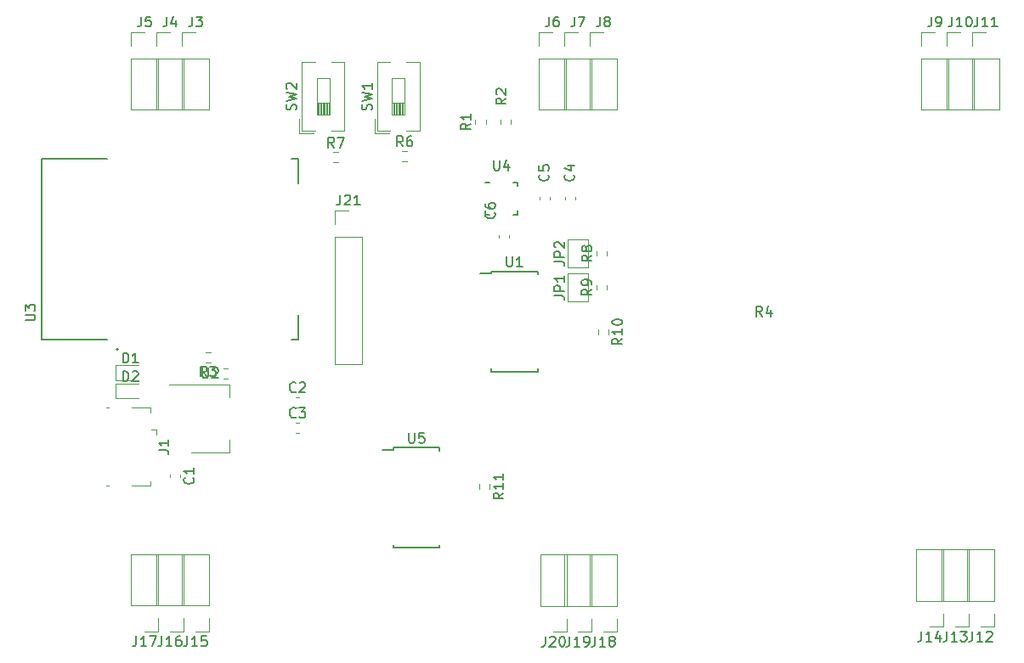
<source format=gbr>
%TF.GenerationSoftware,KiCad,Pcbnew,6.0.10-86aedd382b~118~ubuntu22.04.1*%
%TF.CreationDate,2023-01-14T07:34:15+01:00*%
%TF.ProjectId,servo_control,73657276-6f5f-4636-9f6e-74726f6c2e6b,rev?*%
%TF.SameCoordinates,Original*%
%TF.FileFunction,Legend,Top*%
%TF.FilePolarity,Positive*%
%FSLAX46Y46*%
G04 Gerber Fmt 4.6, Leading zero omitted, Abs format (unit mm)*
G04 Created by KiCad (PCBNEW 6.0.10-86aedd382b~118~ubuntu22.04.1) date 2023-01-14 07:34:15*
%MOMM*%
%LPD*%
G01*
G04 APERTURE LIST*
%ADD10C,0.150000*%
%ADD11C,0.120000*%
%ADD12C,0.127000*%
%ADD13C,0.200000*%
G04 APERTURE END LIST*
D10*
%TO.C,U1*%
X140208095Y-64222380D02*
X140208095Y-65031904D01*
X140255714Y-65127142D01*
X140303333Y-65174761D01*
X140398571Y-65222380D01*
X140589047Y-65222380D01*
X140684285Y-65174761D01*
X140731904Y-65127142D01*
X140779523Y-65031904D01*
X140779523Y-64222380D01*
X141779523Y-65222380D02*
X141208095Y-65222380D01*
X141493809Y-65222380D02*
X141493809Y-64222380D01*
X141398571Y-64365238D01*
X141303333Y-64460476D01*
X141208095Y-64508095D01*
%TO.C,U5*%
X130468095Y-81812380D02*
X130468095Y-82621904D01*
X130515714Y-82717142D01*
X130563333Y-82764761D01*
X130658571Y-82812380D01*
X130849047Y-82812380D01*
X130944285Y-82764761D01*
X130991904Y-82717142D01*
X131039523Y-82621904D01*
X131039523Y-81812380D01*
X131991904Y-81812380D02*
X131515714Y-81812380D01*
X131468095Y-82288571D01*
X131515714Y-82240952D01*
X131610952Y-82193333D01*
X131849047Y-82193333D01*
X131944285Y-82240952D01*
X131991904Y-82288571D01*
X132039523Y-82383809D01*
X132039523Y-82621904D01*
X131991904Y-82717142D01*
X131944285Y-82764761D01*
X131849047Y-82812380D01*
X131610952Y-82812380D01*
X131515714Y-82764761D01*
X131468095Y-82717142D01*
%TO.C,R11*%
X139899880Y-87802857D02*
X139423690Y-88136190D01*
X139899880Y-88374285D02*
X138899880Y-88374285D01*
X138899880Y-87993333D01*
X138947500Y-87898095D01*
X138995119Y-87850476D01*
X139090357Y-87802857D01*
X139233214Y-87802857D01*
X139328452Y-87850476D01*
X139376071Y-87898095D01*
X139423690Y-87993333D01*
X139423690Y-88374285D01*
X139899880Y-86850476D02*
X139899880Y-87421904D01*
X139899880Y-87136190D02*
X138899880Y-87136190D01*
X139042738Y-87231428D01*
X139137976Y-87326666D01*
X139185595Y-87421904D01*
X139899880Y-85898095D02*
X139899880Y-86469523D01*
X139899880Y-86183809D02*
X138899880Y-86183809D01*
X139042738Y-86279047D01*
X139137976Y-86374285D01*
X139185595Y-86469523D01*
%TO.C,R10*%
X151742380Y-72397857D02*
X151266190Y-72731190D01*
X151742380Y-72969285D02*
X150742380Y-72969285D01*
X150742380Y-72588333D01*
X150790000Y-72493095D01*
X150837619Y-72445476D01*
X150932857Y-72397857D01*
X151075714Y-72397857D01*
X151170952Y-72445476D01*
X151218571Y-72493095D01*
X151266190Y-72588333D01*
X151266190Y-72969285D01*
X151742380Y-71445476D02*
X151742380Y-72016904D01*
X151742380Y-71731190D02*
X150742380Y-71731190D01*
X150885238Y-71826428D01*
X150980476Y-71921666D01*
X151028095Y-72016904D01*
X150742380Y-70826428D02*
X150742380Y-70731190D01*
X150790000Y-70635952D01*
X150837619Y-70588333D01*
X150932857Y-70540714D01*
X151123333Y-70493095D01*
X151361428Y-70493095D01*
X151551904Y-70540714D01*
X151647142Y-70588333D01*
X151694761Y-70635952D01*
X151742380Y-70731190D01*
X151742380Y-70826428D01*
X151694761Y-70921666D01*
X151647142Y-70969285D01*
X151551904Y-71016904D01*
X151361428Y-71064523D01*
X151123333Y-71064523D01*
X150932857Y-71016904D01*
X150837619Y-70969285D01*
X150790000Y-70921666D01*
X150742380Y-70826428D01*
%TO.C,R9*%
X148692380Y-67476666D02*
X148216190Y-67810000D01*
X148692380Y-68048095D02*
X147692380Y-68048095D01*
X147692380Y-67667142D01*
X147740000Y-67571904D01*
X147787619Y-67524285D01*
X147882857Y-67476666D01*
X148025714Y-67476666D01*
X148120952Y-67524285D01*
X148168571Y-67571904D01*
X148216190Y-67667142D01*
X148216190Y-68048095D01*
X148692380Y-67000476D02*
X148692380Y-66810000D01*
X148644761Y-66714761D01*
X148597142Y-66667142D01*
X148454285Y-66571904D01*
X148263809Y-66524285D01*
X147882857Y-66524285D01*
X147787619Y-66571904D01*
X147740000Y-66619523D01*
X147692380Y-66714761D01*
X147692380Y-66905238D01*
X147740000Y-67000476D01*
X147787619Y-67048095D01*
X147882857Y-67095714D01*
X148120952Y-67095714D01*
X148216190Y-67048095D01*
X148263809Y-67000476D01*
X148311428Y-66905238D01*
X148311428Y-66714761D01*
X148263809Y-66619523D01*
X148216190Y-66571904D01*
X148120952Y-66524285D01*
%TO.C,R8*%
X148710926Y-64091447D02*
X148234736Y-64424781D01*
X148710926Y-64662876D02*
X147710926Y-64662876D01*
X147710926Y-64281923D01*
X147758546Y-64186685D01*
X147806165Y-64139066D01*
X147901403Y-64091447D01*
X148044260Y-64091447D01*
X148139498Y-64139066D01*
X148187117Y-64186685D01*
X148234736Y-64281923D01*
X148234736Y-64662876D01*
X148139498Y-63520019D02*
X148091879Y-63615257D01*
X148044260Y-63662876D01*
X147949022Y-63710495D01*
X147901403Y-63710495D01*
X147806165Y-63662876D01*
X147758546Y-63615257D01*
X147710926Y-63520019D01*
X147710926Y-63329542D01*
X147758546Y-63234304D01*
X147806165Y-63186685D01*
X147901403Y-63139066D01*
X147949022Y-63139066D01*
X148044260Y-63186685D01*
X148091879Y-63234304D01*
X148139498Y-63329542D01*
X148139498Y-63520019D01*
X148187117Y-63615257D01*
X148234736Y-63662876D01*
X148329974Y-63710495D01*
X148520450Y-63710495D01*
X148615688Y-63662876D01*
X148663307Y-63615257D01*
X148710926Y-63520019D01*
X148710926Y-63329542D01*
X148663307Y-63234304D01*
X148615688Y-63186685D01*
X148520450Y-63139066D01*
X148329974Y-63139066D01*
X148234736Y-63186685D01*
X148187117Y-63234304D01*
X148139498Y-63329542D01*
%TO.C,JP2*%
X144978919Y-64735182D02*
X145693205Y-64735182D01*
X145836062Y-64782801D01*
X145931300Y-64878039D01*
X145978919Y-65020896D01*
X145978919Y-65116134D01*
X145978919Y-64258991D02*
X144978919Y-64258991D01*
X144978919Y-63878039D01*
X145026539Y-63782801D01*
X145074158Y-63735182D01*
X145169396Y-63687563D01*
X145312253Y-63687563D01*
X145407491Y-63735182D01*
X145455110Y-63782801D01*
X145502729Y-63878039D01*
X145502729Y-64258991D01*
X145074158Y-63306610D02*
X145026539Y-63258991D01*
X144978919Y-63163753D01*
X144978919Y-62925658D01*
X145026539Y-62830420D01*
X145074158Y-62782801D01*
X145169396Y-62735182D01*
X145264634Y-62735182D01*
X145407491Y-62782801D01*
X145978919Y-63354229D01*
X145978919Y-62735182D01*
%TO.C,JP1*%
X144972380Y-68143333D02*
X145686666Y-68143333D01*
X145829523Y-68190952D01*
X145924761Y-68286190D01*
X145972380Y-68429047D01*
X145972380Y-68524285D01*
X145972380Y-67667142D02*
X144972380Y-67667142D01*
X144972380Y-67286190D01*
X145020000Y-67190952D01*
X145067619Y-67143333D01*
X145162857Y-67095714D01*
X145305714Y-67095714D01*
X145400952Y-67143333D01*
X145448571Y-67190952D01*
X145496190Y-67286190D01*
X145496190Y-67667142D01*
X145972380Y-66143333D02*
X145972380Y-66714761D01*
X145972380Y-66429047D02*
X144972380Y-66429047D01*
X145115238Y-66524285D01*
X145210476Y-66619523D01*
X145258095Y-66714761D01*
%TO.C,C1*%
X108967142Y-86266666D02*
X109014761Y-86314285D01*
X109062380Y-86457142D01*
X109062380Y-86552380D01*
X109014761Y-86695238D01*
X108919523Y-86790476D01*
X108824285Y-86838095D01*
X108633809Y-86885714D01*
X108490952Y-86885714D01*
X108300476Y-86838095D01*
X108205238Y-86790476D01*
X108110000Y-86695238D01*
X108062380Y-86552380D01*
X108062380Y-86457142D01*
X108110000Y-86314285D01*
X108157619Y-86266666D01*
X109062380Y-85314285D02*
X109062380Y-85885714D01*
X109062380Y-85600000D02*
X108062380Y-85600000D01*
X108205238Y-85695238D01*
X108300476Y-85790476D01*
X108348095Y-85885714D01*
%TO.C,C3*%
X119213333Y-80207142D02*
X119165714Y-80254761D01*
X119022857Y-80302380D01*
X118927619Y-80302380D01*
X118784761Y-80254761D01*
X118689523Y-80159523D01*
X118641904Y-80064285D01*
X118594285Y-79873809D01*
X118594285Y-79730952D01*
X118641904Y-79540476D01*
X118689523Y-79445238D01*
X118784761Y-79350000D01*
X118927619Y-79302380D01*
X119022857Y-79302380D01*
X119165714Y-79350000D01*
X119213333Y-79397619D01*
X119546666Y-79302380D02*
X120165714Y-79302380D01*
X119832380Y-79683333D01*
X119975238Y-79683333D01*
X120070476Y-79730952D01*
X120118095Y-79778571D01*
X120165714Y-79873809D01*
X120165714Y-80111904D01*
X120118095Y-80207142D01*
X120070476Y-80254761D01*
X119975238Y-80302380D01*
X119689523Y-80302380D01*
X119594285Y-80254761D01*
X119546666Y-80207142D01*
%TO.C,J15*%
X108410476Y-102082380D02*
X108410476Y-102796666D01*
X108362857Y-102939523D01*
X108267619Y-103034761D01*
X108124761Y-103082380D01*
X108029523Y-103082380D01*
X109410476Y-103082380D02*
X108839047Y-103082380D01*
X109124761Y-103082380D02*
X109124761Y-102082380D01*
X109029523Y-102225238D01*
X108934285Y-102320476D01*
X108839047Y-102368095D01*
X110315238Y-102082380D02*
X109839047Y-102082380D01*
X109791428Y-102558571D01*
X109839047Y-102510952D01*
X109934285Y-102463333D01*
X110172380Y-102463333D01*
X110267619Y-102510952D01*
X110315238Y-102558571D01*
X110362857Y-102653809D01*
X110362857Y-102891904D01*
X110315238Y-102987142D01*
X110267619Y-103034761D01*
X110172380Y-103082380D01*
X109934285Y-103082380D01*
X109839047Y-103034761D01*
X109791428Y-102987142D01*
%TO.C,C4*%
X146877142Y-56046666D02*
X146924761Y-56094285D01*
X146972380Y-56237142D01*
X146972380Y-56332380D01*
X146924761Y-56475238D01*
X146829523Y-56570476D01*
X146734285Y-56618095D01*
X146543809Y-56665714D01*
X146400952Y-56665714D01*
X146210476Y-56618095D01*
X146115238Y-56570476D01*
X146020000Y-56475238D01*
X145972380Y-56332380D01*
X145972380Y-56237142D01*
X146020000Y-56094285D01*
X146067619Y-56046666D01*
X146305714Y-55189523D02*
X146972380Y-55189523D01*
X145924761Y-55427619D02*
X146639047Y-55665714D01*
X146639047Y-55046666D01*
%TO.C,R1*%
X136645556Y-50960626D02*
X136169366Y-51293960D01*
X136645556Y-51532055D02*
X135645556Y-51532055D01*
X135645556Y-51151102D01*
X135693176Y-51055864D01*
X135740795Y-51008245D01*
X135836033Y-50960626D01*
X135978890Y-50960626D01*
X136074128Y-51008245D01*
X136121747Y-51055864D01*
X136169366Y-51151102D01*
X136169366Y-51532055D01*
X136645556Y-50008245D02*
X136645556Y-50579674D01*
X136645556Y-50293960D02*
X135645556Y-50293960D01*
X135788414Y-50389198D01*
X135883652Y-50484436D01*
X135931271Y-50579674D01*
%TO.C,J13*%
X184102933Y-101609694D02*
X184102933Y-102323980D01*
X184055314Y-102466837D01*
X183960076Y-102562075D01*
X183817218Y-102609694D01*
X183721980Y-102609694D01*
X185102933Y-102609694D02*
X184531504Y-102609694D01*
X184817218Y-102609694D02*
X184817218Y-101609694D01*
X184721980Y-101752552D01*
X184626742Y-101847790D01*
X184531504Y-101895409D01*
X185436266Y-101609694D02*
X186055314Y-101609694D01*
X185721980Y-101990647D01*
X185864837Y-101990647D01*
X185960076Y-102038266D01*
X186007695Y-102085885D01*
X186055314Y-102181123D01*
X186055314Y-102419218D01*
X186007695Y-102514456D01*
X185960076Y-102562075D01*
X185864837Y-102609694D01*
X185579123Y-102609694D01*
X185483885Y-102562075D01*
X185436266Y-102514456D01*
%TO.C,R4*%
X165691269Y-70187884D02*
X165357936Y-69711694D01*
X165119840Y-70187884D02*
X165119840Y-69187884D01*
X165500793Y-69187884D01*
X165596031Y-69235504D01*
X165643650Y-69283123D01*
X165691269Y-69378361D01*
X165691269Y-69521218D01*
X165643650Y-69616456D01*
X165596031Y-69664075D01*
X165500793Y-69711694D01*
X165119840Y-69711694D01*
X166548412Y-69521218D02*
X166548412Y-70187884D01*
X166310316Y-69140265D02*
X166072221Y-69854551D01*
X166691269Y-69854551D01*
%TO.C,J19*%
X146510476Y-102112380D02*
X146510476Y-102826666D01*
X146462857Y-102969523D01*
X146367619Y-103064761D01*
X146224761Y-103112380D01*
X146129523Y-103112380D01*
X147510476Y-103112380D02*
X146939047Y-103112380D01*
X147224761Y-103112380D02*
X147224761Y-102112380D01*
X147129523Y-102255238D01*
X147034285Y-102350476D01*
X146939047Y-102398095D01*
X147986666Y-103112380D02*
X148177142Y-103112380D01*
X148272380Y-103064761D01*
X148320000Y-103017142D01*
X148415238Y-102874285D01*
X148462857Y-102683809D01*
X148462857Y-102302857D01*
X148415238Y-102207619D01*
X148367619Y-102160000D01*
X148272380Y-102112380D01*
X148081904Y-102112380D01*
X147986666Y-102160000D01*
X147939047Y-102207619D01*
X147891428Y-102302857D01*
X147891428Y-102540952D01*
X147939047Y-102636190D01*
X147986666Y-102683809D01*
X148081904Y-102731428D01*
X148272380Y-102731428D01*
X148367619Y-102683809D01*
X148415238Y-102636190D01*
X148462857Y-102540952D01*
%TO.C,C2*%
X119213333Y-77667142D02*
X119165714Y-77714761D01*
X119022857Y-77762380D01*
X118927619Y-77762380D01*
X118784761Y-77714761D01*
X118689523Y-77619523D01*
X118641904Y-77524285D01*
X118594285Y-77333809D01*
X118594285Y-77190952D01*
X118641904Y-77000476D01*
X118689523Y-76905238D01*
X118784761Y-76810000D01*
X118927619Y-76762380D01*
X119022857Y-76762380D01*
X119165714Y-76810000D01*
X119213333Y-76857619D01*
X119594285Y-76857619D02*
X119641904Y-76810000D01*
X119737142Y-76762380D01*
X119975238Y-76762380D01*
X120070476Y-76810000D01*
X120118095Y-76857619D01*
X120165714Y-76952857D01*
X120165714Y-77048095D01*
X120118095Y-77190952D01*
X119546666Y-77762380D01*
X120165714Y-77762380D01*
%TO.C,J14*%
X181562933Y-101609694D02*
X181562933Y-102323980D01*
X181515314Y-102466837D01*
X181420076Y-102562075D01*
X181277218Y-102609694D01*
X181181980Y-102609694D01*
X182562933Y-102609694D02*
X181991504Y-102609694D01*
X182277218Y-102609694D02*
X182277218Y-101609694D01*
X182181980Y-101752552D01*
X182086742Y-101847790D01*
X181991504Y-101895409D01*
X183420076Y-101943028D02*
X183420076Y-102609694D01*
X183181980Y-101562075D02*
X182943885Y-102276361D01*
X183562933Y-102276361D01*
%TO.C,J21*%
X123650476Y-58082380D02*
X123650476Y-58796666D01*
X123602857Y-58939523D01*
X123507619Y-59034761D01*
X123364761Y-59082380D01*
X123269523Y-59082380D01*
X124079047Y-58177619D02*
X124126666Y-58130000D01*
X124221904Y-58082380D01*
X124460000Y-58082380D01*
X124555238Y-58130000D01*
X124602857Y-58177619D01*
X124650476Y-58272857D01*
X124650476Y-58368095D01*
X124602857Y-58510952D01*
X124031428Y-59082380D01*
X124650476Y-59082380D01*
X125602857Y-59082380D02*
X125031428Y-59082380D01*
X125317142Y-59082380D02*
X125317142Y-58082380D01*
X125221904Y-58225238D01*
X125126666Y-58320476D01*
X125031428Y-58368095D01*
%TO.C,U3*%
X92247380Y-70586904D02*
X93056904Y-70586904D01*
X93152142Y-70539285D01*
X93199761Y-70491666D01*
X93247380Y-70396428D01*
X93247380Y-70205952D01*
X93199761Y-70110714D01*
X93152142Y-70063095D01*
X93056904Y-70015476D01*
X92247380Y-70015476D01*
X92247380Y-69634523D02*
X92247380Y-69015476D01*
X92628333Y-69348809D01*
X92628333Y-69205952D01*
X92675952Y-69110714D01*
X92723571Y-69063095D01*
X92818809Y-69015476D01*
X93056904Y-69015476D01*
X93152142Y-69063095D01*
X93199761Y-69110714D01*
X93247380Y-69205952D01*
X93247380Y-69491666D01*
X93199761Y-69586904D01*
X93152142Y-69634523D01*
%TO.C,J1*%
X105544749Y-83529485D02*
X106259035Y-83529485D01*
X106401892Y-83577104D01*
X106497130Y-83672342D01*
X106544749Y-83815199D01*
X106544749Y-83910437D01*
X106544749Y-82529485D02*
X106544749Y-83100913D01*
X106544749Y-82815199D02*
X105544749Y-82815199D01*
X105687607Y-82910437D01*
X105782845Y-83005675D01*
X105830464Y-83100913D01*
%TO.C,J8*%
X149526666Y-40302380D02*
X149526666Y-41016666D01*
X149479047Y-41159523D01*
X149383809Y-41254761D01*
X149240952Y-41302380D01*
X149145714Y-41302380D01*
X150145714Y-40730952D02*
X150050476Y-40683333D01*
X150002857Y-40635714D01*
X149955238Y-40540476D01*
X149955238Y-40492857D01*
X150002857Y-40397619D01*
X150050476Y-40350000D01*
X150145714Y-40302380D01*
X150336190Y-40302380D01*
X150431428Y-40350000D01*
X150479047Y-40397619D01*
X150526666Y-40492857D01*
X150526666Y-40540476D01*
X150479047Y-40635714D01*
X150431428Y-40683333D01*
X150336190Y-40730952D01*
X150145714Y-40730952D01*
X150050476Y-40778571D01*
X150002857Y-40826190D01*
X149955238Y-40921428D01*
X149955238Y-41111904D01*
X150002857Y-41207142D01*
X150050476Y-41254761D01*
X150145714Y-41302380D01*
X150336190Y-41302380D01*
X150431428Y-41254761D01*
X150479047Y-41207142D01*
X150526666Y-41111904D01*
X150526666Y-40921428D01*
X150479047Y-40826190D01*
X150431428Y-40778571D01*
X150336190Y-40730952D01*
%TO.C,R2*%
X140152380Y-48426666D02*
X139676190Y-48760000D01*
X140152380Y-48998095D02*
X139152380Y-48998095D01*
X139152380Y-48617142D01*
X139200000Y-48521904D01*
X139247619Y-48474285D01*
X139342857Y-48426666D01*
X139485714Y-48426666D01*
X139580952Y-48474285D01*
X139628571Y-48521904D01*
X139676190Y-48617142D01*
X139676190Y-48998095D01*
X139247619Y-48045714D02*
X139200000Y-47998095D01*
X139152380Y-47902857D01*
X139152380Y-47664761D01*
X139200000Y-47569523D01*
X139247619Y-47521904D01*
X139342857Y-47474285D01*
X139438095Y-47474285D01*
X139580952Y-47521904D01*
X140152380Y-48093333D01*
X140152380Y-47474285D01*
%TO.C,J18*%
X149050476Y-102112380D02*
X149050476Y-102826666D01*
X149002857Y-102969523D01*
X148907619Y-103064761D01*
X148764761Y-103112380D01*
X148669523Y-103112380D01*
X150050476Y-103112380D02*
X149479047Y-103112380D01*
X149764761Y-103112380D02*
X149764761Y-102112380D01*
X149669523Y-102255238D01*
X149574285Y-102350476D01*
X149479047Y-102398095D01*
X150621904Y-102540952D02*
X150526666Y-102493333D01*
X150479047Y-102445714D01*
X150431428Y-102350476D01*
X150431428Y-102302857D01*
X150479047Y-102207619D01*
X150526666Y-102160000D01*
X150621904Y-102112380D01*
X150812380Y-102112380D01*
X150907619Y-102160000D01*
X150955238Y-102207619D01*
X151002857Y-102302857D01*
X151002857Y-102350476D01*
X150955238Y-102445714D01*
X150907619Y-102493333D01*
X150812380Y-102540952D01*
X150621904Y-102540952D01*
X150526666Y-102588571D01*
X150479047Y-102636190D01*
X150431428Y-102731428D01*
X150431428Y-102921904D01*
X150479047Y-103017142D01*
X150526666Y-103064761D01*
X150621904Y-103112380D01*
X150812380Y-103112380D01*
X150907619Y-103064761D01*
X150955238Y-103017142D01*
X151002857Y-102921904D01*
X151002857Y-102731428D01*
X150955238Y-102636190D01*
X150907619Y-102588571D01*
X150812380Y-102540952D01*
%TO.C,R6*%
X129880989Y-53223844D02*
X129547656Y-52747654D01*
X129309560Y-53223844D02*
X129309560Y-52223844D01*
X129690513Y-52223844D01*
X129785751Y-52271464D01*
X129833370Y-52319083D01*
X129880989Y-52414321D01*
X129880989Y-52557178D01*
X129833370Y-52652416D01*
X129785751Y-52700035D01*
X129690513Y-52747654D01*
X129309560Y-52747654D01*
X130738132Y-52223844D02*
X130547656Y-52223844D01*
X130452417Y-52271464D01*
X130404798Y-52319083D01*
X130309560Y-52461940D01*
X130261941Y-52652416D01*
X130261941Y-53033368D01*
X130309560Y-53128606D01*
X130357179Y-53176225D01*
X130452417Y-53223844D01*
X130642894Y-53223844D01*
X130738132Y-53176225D01*
X130785751Y-53128606D01*
X130833370Y-53033368D01*
X130833370Y-52795273D01*
X130785751Y-52700035D01*
X130738132Y-52652416D01*
X130642894Y-52604797D01*
X130452417Y-52604797D01*
X130357179Y-52652416D01*
X130309560Y-52700035D01*
X130261941Y-52795273D01*
%TO.C,J7*%
X146986666Y-40302380D02*
X146986666Y-41016666D01*
X146939047Y-41159523D01*
X146843809Y-41254761D01*
X146700952Y-41302380D01*
X146605714Y-41302380D01*
X147367619Y-40302380D02*
X148034285Y-40302380D01*
X147605714Y-41302380D01*
%TO.C,J4*%
X106346666Y-40302380D02*
X106346666Y-41016666D01*
X106299047Y-41159523D01*
X106203809Y-41254761D01*
X106060952Y-41302380D01*
X105965714Y-41302380D01*
X107251428Y-40635714D02*
X107251428Y-41302380D01*
X107013333Y-40254761D02*
X106775238Y-40969047D01*
X107394285Y-40969047D01*
%TO.C,C6*%
X138981690Y-59812850D02*
X139029309Y-59860469D01*
X139076928Y-60003326D01*
X139076928Y-60098564D01*
X139029309Y-60241422D01*
X138934071Y-60336660D01*
X138838833Y-60384279D01*
X138648357Y-60431898D01*
X138505500Y-60431898D01*
X138315024Y-60384279D01*
X138219786Y-60336660D01*
X138124548Y-60241422D01*
X138076928Y-60098564D01*
X138076928Y-60003326D01*
X138124548Y-59860469D01*
X138172167Y-59812850D01*
X138076928Y-58955707D02*
X138076928Y-59146184D01*
X138124548Y-59241422D01*
X138172167Y-59289041D01*
X138315024Y-59384279D01*
X138505500Y-59431898D01*
X138886452Y-59431898D01*
X138981690Y-59384279D01*
X139029309Y-59336660D01*
X139076928Y-59241422D01*
X139076928Y-59050945D01*
X139029309Y-58955707D01*
X138981690Y-58908088D01*
X138886452Y-58860469D01*
X138648357Y-58860469D01*
X138553119Y-58908088D01*
X138505500Y-58955707D01*
X138457881Y-59050945D01*
X138457881Y-59241422D01*
X138505500Y-59336660D01*
X138553119Y-59384279D01*
X138648357Y-59431898D01*
%TO.C,J10*%
X184610476Y-40302380D02*
X184610476Y-41016666D01*
X184562857Y-41159523D01*
X184467619Y-41254761D01*
X184324761Y-41302380D01*
X184229523Y-41302380D01*
X185610476Y-41302380D02*
X185039047Y-41302380D01*
X185324761Y-41302380D02*
X185324761Y-40302380D01*
X185229523Y-40445238D01*
X185134285Y-40540476D01*
X185039047Y-40588095D01*
X186229523Y-40302380D02*
X186324761Y-40302380D01*
X186420000Y-40350000D01*
X186467619Y-40397619D01*
X186515238Y-40492857D01*
X186562857Y-40683333D01*
X186562857Y-40921428D01*
X186515238Y-41111904D01*
X186467619Y-41207142D01*
X186420000Y-41254761D01*
X186324761Y-41302380D01*
X186229523Y-41302380D01*
X186134285Y-41254761D01*
X186086666Y-41207142D01*
X186039047Y-41111904D01*
X185991428Y-40921428D01*
X185991428Y-40683333D01*
X186039047Y-40492857D01*
X186086666Y-40397619D01*
X186134285Y-40350000D01*
X186229523Y-40302380D01*
%TO.C,C5*%
X144337142Y-56046666D02*
X144384761Y-56094285D01*
X144432380Y-56237142D01*
X144432380Y-56332380D01*
X144384761Y-56475238D01*
X144289523Y-56570476D01*
X144194285Y-56618095D01*
X144003809Y-56665714D01*
X143860952Y-56665714D01*
X143670476Y-56618095D01*
X143575238Y-56570476D01*
X143480000Y-56475238D01*
X143432380Y-56332380D01*
X143432380Y-56237142D01*
X143480000Y-56094285D01*
X143527619Y-56046666D01*
X143432380Y-55141904D02*
X143432380Y-55618095D01*
X143908571Y-55665714D01*
X143860952Y-55618095D01*
X143813333Y-55522857D01*
X143813333Y-55284761D01*
X143860952Y-55189523D01*
X143908571Y-55141904D01*
X144003809Y-55094285D01*
X144241904Y-55094285D01*
X144337142Y-55141904D01*
X144384761Y-55189523D01*
X144432380Y-55284761D01*
X144432380Y-55522857D01*
X144384761Y-55618095D01*
X144337142Y-55665714D01*
%TO.C,J17*%
X103330476Y-102082380D02*
X103330476Y-102796666D01*
X103282857Y-102939523D01*
X103187619Y-103034761D01*
X103044761Y-103082380D01*
X102949523Y-103082380D01*
X104330476Y-103082380D02*
X103759047Y-103082380D01*
X104044761Y-103082380D02*
X104044761Y-102082380D01*
X103949523Y-102225238D01*
X103854285Y-102320476D01*
X103759047Y-102368095D01*
X104663809Y-102082380D02*
X105330476Y-102082380D01*
X104901904Y-103082380D01*
%TO.C,J5*%
X103806666Y-40302380D02*
X103806666Y-41016666D01*
X103759047Y-41159523D01*
X103663809Y-41254761D01*
X103520952Y-41302380D01*
X103425714Y-41302380D01*
X104759047Y-40302380D02*
X104282857Y-40302380D01*
X104235238Y-40778571D01*
X104282857Y-40730952D01*
X104378095Y-40683333D01*
X104616190Y-40683333D01*
X104711428Y-40730952D01*
X104759047Y-40778571D01*
X104806666Y-40873809D01*
X104806666Y-41111904D01*
X104759047Y-41207142D01*
X104711428Y-41254761D01*
X104616190Y-41302380D01*
X104378095Y-41302380D01*
X104282857Y-41254761D01*
X104235238Y-41207142D01*
%TO.C,J3*%
X108886666Y-40302380D02*
X108886666Y-41016666D01*
X108839047Y-41159523D01*
X108743809Y-41254761D01*
X108600952Y-41302380D01*
X108505714Y-41302380D01*
X109267619Y-40302380D02*
X109886666Y-40302380D01*
X109553333Y-40683333D01*
X109696190Y-40683333D01*
X109791428Y-40730952D01*
X109839047Y-40778571D01*
X109886666Y-40873809D01*
X109886666Y-41111904D01*
X109839047Y-41207142D01*
X109791428Y-41254761D01*
X109696190Y-41302380D01*
X109410476Y-41302380D01*
X109315238Y-41254761D01*
X109267619Y-41207142D01*
%TO.C,J16*%
X105870476Y-102082380D02*
X105870476Y-102796666D01*
X105822857Y-102939523D01*
X105727619Y-103034761D01*
X105584761Y-103082380D01*
X105489523Y-103082380D01*
X106870476Y-103082380D02*
X106299047Y-103082380D01*
X106584761Y-103082380D02*
X106584761Y-102082380D01*
X106489523Y-102225238D01*
X106394285Y-102320476D01*
X106299047Y-102368095D01*
X107727619Y-102082380D02*
X107537142Y-102082380D01*
X107441904Y-102130000D01*
X107394285Y-102177619D01*
X107299047Y-102320476D01*
X107251428Y-102510952D01*
X107251428Y-102891904D01*
X107299047Y-102987142D01*
X107346666Y-103034761D01*
X107441904Y-103082380D01*
X107632380Y-103082380D01*
X107727619Y-103034761D01*
X107775238Y-102987142D01*
X107822857Y-102891904D01*
X107822857Y-102653809D01*
X107775238Y-102558571D01*
X107727619Y-102510952D01*
X107632380Y-102463333D01*
X107441904Y-102463333D01*
X107346666Y-102510952D01*
X107299047Y-102558571D01*
X107251428Y-102653809D01*
%TO.C,R7*%
X123022475Y-53334415D02*
X122689142Y-52858225D01*
X122451046Y-53334415D02*
X122451046Y-52334415D01*
X122831999Y-52334415D01*
X122927237Y-52382035D01*
X122974856Y-52429654D01*
X123022475Y-52524892D01*
X123022475Y-52667749D01*
X122974856Y-52762987D01*
X122927237Y-52810606D01*
X122831999Y-52858225D01*
X122451046Y-52858225D01*
X123355808Y-52334415D02*
X124022475Y-52334415D01*
X123593903Y-53334415D01*
%TO.C,U2*%
X109911814Y-75340265D02*
X109911814Y-76149789D01*
X109959433Y-76245027D01*
X110007052Y-76292646D01*
X110102290Y-76340265D01*
X110292766Y-76340265D01*
X110388004Y-76292646D01*
X110435623Y-76245027D01*
X110483242Y-76149789D01*
X110483242Y-75340265D01*
X110911814Y-75435504D02*
X110959433Y-75387885D01*
X111054671Y-75340265D01*
X111292766Y-75340265D01*
X111388004Y-75387885D01*
X111435623Y-75435504D01*
X111483242Y-75530742D01*
X111483242Y-75625980D01*
X111435623Y-75768837D01*
X110864195Y-76340265D01*
X111483242Y-76340265D01*
%TO.C,SW1*%
X126739761Y-49593333D02*
X126787380Y-49450476D01*
X126787380Y-49212380D01*
X126739761Y-49117142D01*
X126692142Y-49069523D01*
X126596904Y-49021904D01*
X126501666Y-49021904D01*
X126406428Y-49069523D01*
X126358809Y-49117142D01*
X126311190Y-49212380D01*
X126263571Y-49402857D01*
X126215952Y-49498095D01*
X126168333Y-49545714D01*
X126073095Y-49593333D01*
X125977857Y-49593333D01*
X125882619Y-49545714D01*
X125835000Y-49498095D01*
X125787380Y-49402857D01*
X125787380Y-49164761D01*
X125835000Y-49021904D01*
X125787380Y-48688571D02*
X126787380Y-48450476D01*
X126073095Y-48260000D01*
X126787380Y-48069523D01*
X125787380Y-47831428D01*
X126787380Y-46926666D02*
X126787380Y-47498095D01*
X126787380Y-47212380D02*
X125787380Y-47212380D01*
X125930238Y-47307619D01*
X126025476Y-47402857D01*
X126073095Y-47498095D01*
%TO.C,J6*%
X144446666Y-40302380D02*
X144446666Y-41016666D01*
X144399047Y-41159523D01*
X144303809Y-41254761D01*
X144160952Y-41302380D01*
X144065714Y-41302380D01*
X145351428Y-40302380D02*
X145160952Y-40302380D01*
X145065714Y-40350000D01*
X145018095Y-40397619D01*
X144922857Y-40540476D01*
X144875238Y-40730952D01*
X144875238Y-41111904D01*
X144922857Y-41207142D01*
X144970476Y-41254761D01*
X145065714Y-41302380D01*
X145256190Y-41302380D01*
X145351428Y-41254761D01*
X145399047Y-41207142D01*
X145446666Y-41111904D01*
X145446666Y-40873809D01*
X145399047Y-40778571D01*
X145351428Y-40730952D01*
X145256190Y-40683333D01*
X145065714Y-40683333D01*
X144970476Y-40730952D01*
X144922857Y-40778571D01*
X144875238Y-40873809D01*
%TO.C,SW2*%
X119214761Y-49593333D02*
X119262380Y-49450476D01*
X119262380Y-49212380D01*
X119214761Y-49117142D01*
X119167142Y-49069523D01*
X119071904Y-49021904D01*
X118976666Y-49021904D01*
X118881428Y-49069523D01*
X118833809Y-49117142D01*
X118786190Y-49212380D01*
X118738571Y-49402857D01*
X118690952Y-49498095D01*
X118643333Y-49545714D01*
X118548095Y-49593333D01*
X118452857Y-49593333D01*
X118357619Y-49545714D01*
X118310000Y-49498095D01*
X118262380Y-49402857D01*
X118262380Y-49164761D01*
X118310000Y-49021904D01*
X118262380Y-48688571D02*
X119262380Y-48450476D01*
X118548095Y-48260000D01*
X119262380Y-48069523D01*
X118262380Y-47831428D01*
X118357619Y-47498095D02*
X118310000Y-47450476D01*
X118262380Y-47355238D01*
X118262380Y-47117142D01*
X118310000Y-47021904D01*
X118357619Y-46974285D01*
X118452857Y-46926666D01*
X118548095Y-46926666D01*
X118690952Y-46974285D01*
X119262380Y-47545714D01*
X119262380Y-46926666D01*
%TO.C,J11*%
X187150476Y-40302380D02*
X187150476Y-41016666D01*
X187102857Y-41159523D01*
X187007619Y-41254761D01*
X186864761Y-41302380D01*
X186769523Y-41302380D01*
X188150476Y-41302380D02*
X187579047Y-41302380D01*
X187864761Y-41302380D02*
X187864761Y-40302380D01*
X187769523Y-40445238D01*
X187674285Y-40540476D01*
X187579047Y-40588095D01*
X189102857Y-41302380D02*
X188531428Y-41302380D01*
X188817142Y-41302380D02*
X188817142Y-40302380D01*
X188721904Y-40445238D01*
X188626666Y-40540476D01*
X188531428Y-40588095D01*
%TO.C,D2*%
X101982569Y-76659643D02*
X101982569Y-75659643D01*
X102220665Y-75659643D01*
X102363522Y-75707263D01*
X102458760Y-75802501D01*
X102506379Y-75897739D01*
X102553998Y-76088215D01*
X102553998Y-76231072D01*
X102506379Y-76421548D01*
X102458760Y-76516786D01*
X102363522Y-76612024D01*
X102220665Y-76659643D01*
X101982569Y-76659643D01*
X102934950Y-75754882D02*
X102982569Y-75707263D01*
X103077807Y-75659643D01*
X103315903Y-75659643D01*
X103411141Y-75707263D01*
X103458760Y-75754882D01*
X103506379Y-75850120D01*
X103506379Y-75945358D01*
X103458760Y-76088215D01*
X102887331Y-76659643D01*
X103506379Y-76659643D01*
%TO.C,J12*%
X186642933Y-101609694D02*
X186642933Y-102323980D01*
X186595314Y-102466837D01*
X186500076Y-102562075D01*
X186357218Y-102609694D01*
X186261980Y-102609694D01*
X187642933Y-102609694D02*
X187071504Y-102609694D01*
X187357218Y-102609694D02*
X187357218Y-101609694D01*
X187261980Y-101752552D01*
X187166742Y-101847790D01*
X187071504Y-101895409D01*
X188023885Y-101704933D02*
X188071504Y-101657314D01*
X188166742Y-101609694D01*
X188404837Y-101609694D01*
X188500076Y-101657314D01*
X188547695Y-101704933D01*
X188595314Y-101800171D01*
X188595314Y-101895409D01*
X188547695Y-102038266D01*
X187976266Y-102609694D01*
X188595314Y-102609694D01*
%TO.C,J9*%
X182546666Y-40302380D02*
X182546666Y-41016666D01*
X182499047Y-41159523D01*
X182403809Y-41254761D01*
X182260952Y-41302380D01*
X182165714Y-41302380D01*
X183070476Y-41302380D02*
X183260952Y-41302380D01*
X183356190Y-41254761D01*
X183403809Y-41207142D01*
X183499047Y-41064285D01*
X183546666Y-40873809D01*
X183546666Y-40492857D01*
X183499047Y-40397619D01*
X183451428Y-40350000D01*
X183356190Y-40302380D01*
X183165714Y-40302380D01*
X183070476Y-40350000D01*
X183022857Y-40397619D01*
X182975238Y-40492857D01*
X182975238Y-40730952D01*
X183022857Y-40826190D01*
X183070476Y-40873809D01*
X183165714Y-40921428D01*
X183356190Y-40921428D01*
X183451428Y-40873809D01*
X183499047Y-40826190D01*
X183546666Y-40730952D01*
%TO.C,J20*%
X144090476Y-102112380D02*
X144090476Y-102826666D01*
X144042857Y-102969523D01*
X143947619Y-103064761D01*
X143804761Y-103112380D01*
X143709523Y-103112380D01*
X144519047Y-102207619D02*
X144566666Y-102160000D01*
X144661904Y-102112380D01*
X144900000Y-102112380D01*
X144995238Y-102160000D01*
X145042857Y-102207619D01*
X145090476Y-102302857D01*
X145090476Y-102398095D01*
X145042857Y-102540952D01*
X144471428Y-103112380D01*
X145090476Y-103112380D01*
X145709523Y-102112380D02*
X145804761Y-102112380D01*
X145900000Y-102160000D01*
X145947619Y-102207619D01*
X145995238Y-102302857D01*
X146042857Y-102493333D01*
X146042857Y-102731428D01*
X145995238Y-102921904D01*
X145947619Y-103017142D01*
X145900000Y-103064761D01*
X145804761Y-103112380D01*
X145709523Y-103112380D01*
X145614285Y-103064761D01*
X145566666Y-103017142D01*
X145519047Y-102921904D01*
X145471428Y-102731428D01*
X145471428Y-102493333D01*
X145519047Y-102302857D01*
X145566666Y-102207619D01*
X145614285Y-102160000D01*
X145709523Y-102112380D01*
%TO.C,R3*%
X110323333Y-76177380D02*
X109990000Y-75701190D01*
X109751904Y-76177380D02*
X109751904Y-75177380D01*
X110132857Y-75177380D01*
X110228095Y-75225000D01*
X110275714Y-75272619D01*
X110323333Y-75367857D01*
X110323333Y-75510714D01*
X110275714Y-75605952D01*
X110228095Y-75653571D01*
X110132857Y-75701190D01*
X109751904Y-75701190D01*
X110656666Y-75177380D02*
X111275714Y-75177380D01*
X110942380Y-75558333D01*
X111085238Y-75558333D01*
X111180476Y-75605952D01*
X111228095Y-75653571D01*
X111275714Y-75748809D01*
X111275714Y-75986904D01*
X111228095Y-76082142D01*
X111180476Y-76129761D01*
X111085238Y-76177380D01*
X110799523Y-76177380D01*
X110704285Y-76129761D01*
X110656666Y-76082142D01*
%TO.C,D1*%
X101979404Y-74822380D02*
X101979404Y-73822380D01*
X102217500Y-73822380D01*
X102360357Y-73870000D01*
X102455595Y-73965238D01*
X102503214Y-74060476D01*
X102550833Y-74250952D01*
X102550833Y-74393809D01*
X102503214Y-74584285D01*
X102455595Y-74679523D01*
X102360357Y-74774761D01*
X102217500Y-74822380D01*
X101979404Y-74822380D01*
X103503214Y-74822380D02*
X102931785Y-74822380D01*
X103217500Y-74822380D02*
X103217500Y-73822380D01*
X103122261Y-73965238D01*
X103027023Y-74060476D01*
X102931785Y-74108095D01*
%TO.C,U4*%
X138938095Y-54622380D02*
X138938095Y-55431904D01*
X138985714Y-55527142D01*
X139033333Y-55574761D01*
X139128571Y-55622380D01*
X139319047Y-55622380D01*
X139414285Y-55574761D01*
X139461904Y-55527142D01*
X139509523Y-55431904D01*
X139509523Y-54622380D01*
X140414285Y-54955714D02*
X140414285Y-55622380D01*
X140176190Y-54574761D02*
X139938095Y-55289047D01*
X140557142Y-55289047D01*
%TO.C,U1*%
X138645000Y-75695800D02*
X143295000Y-75695800D01*
X138645000Y-65695000D02*
X143295000Y-65695000D01*
X143295000Y-75695800D02*
X143295000Y-75370800D01*
X138645000Y-75695800D02*
X138645000Y-75370800D01*
X143295000Y-65695000D02*
X143295000Y-66020000D01*
X138645000Y-65695000D02*
X138645000Y-65920000D01*
X138645000Y-65920000D02*
X137570000Y-65920000D01*
%TO.C,U5*%
X128905000Y-93285800D02*
X133555000Y-93285800D01*
X128905000Y-83285000D02*
X133555000Y-83285000D01*
X133555000Y-93285800D02*
X133555000Y-92960800D01*
X128905000Y-93285800D02*
X128905000Y-92960800D01*
X133555000Y-83285000D02*
X133555000Y-83610000D01*
X128905000Y-83285000D02*
X128905000Y-83510000D01*
X128905000Y-83510000D02*
X127830000Y-83510000D01*
D11*
%TO.C,R11*%
X138540000Y-86922742D02*
X138540000Y-87397258D01*
X137495000Y-86922742D02*
X137495000Y-87397258D01*
%TO.C,R10*%
X150382500Y-71517742D02*
X150382500Y-71992258D01*
X149337500Y-71517742D02*
X149337500Y-71992258D01*
%TO.C,R9*%
X149147500Y-67547258D02*
X149147500Y-67072742D01*
X150192500Y-67547258D02*
X150192500Y-67072742D01*
%TO.C,R8*%
X149166046Y-64162039D02*
X149166046Y-63687523D01*
X150211046Y-64162039D02*
X150211046Y-63687523D01*
%TO.C,JP2*%
X146326539Y-62501849D02*
X148326539Y-62501849D01*
X148326539Y-62501849D02*
X148326539Y-65301849D01*
X148326539Y-65301849D02*
X146326539Y-65301849D01*
X146326539Y-65301849D02*
X146326539Y-62501849D01*
%TO.C,JP1*%
X146320000Y-68710000D02*
X146320000Y-65910000D01*
X148320000Y-68710000D02*
X146320000Y-68710000D01*
X148320000Y-65910000D02*
X148320000Y-68710000D01*
X146320000Y-65910000D02*
X148320000Y-65910000D01*
%TO.C,C1*%
X107690000Y-85959420D02*
X107690000Y-86240580D01*
X106670000Y-85959420D02*
X106670000Y-86240580D01*
%TO.C,C3*%
X119239420Y-80770000D02*
X119520580Y-80770000D01*
X119239420Y-81790000D02*
X119520580Y-81790000D01*
%TO.C,J15*%
X110550000Y-99030000D02*
X107890000Y-99030000D01*
X110550000Y-93890000D02*
X107890000Y-93890000D01*
X107890000Y-99030000D02*
X107890000Y-93890000D01*
X110550000Y-100300000D02*
X110550000Y-101630000D01*
X110550000Y-101630000D02*
X109220000Y-101630000D01*
X110550000Y-99030000D02*
X110550000Y-93890000D01*
%TO.C,C4*%
X146010000Y-58560580D02*
X146010000Y-58279420D01*
X147030000Y-58560580D02*
X147030000Y-58279420D01*
%TO.C,R1*%
X138145676Y-51031218D02*
X138145676Y-50556702D01*
X137100676Y-51031218D02*
X137100676Y-50556702D01*
%TO.C,J13*%
X183582457Y-98557314D02*
X183582457Y-93417314D01*
X186242457Y-93417314D02*
X183582457Y-93417314D01*
X186242457Y-98557314D02*
X183582457Y-98557314D01*
X186242457Y-99827314D02*
X186242457Y-101157314D01*
X186242457Y-101157314D02*
X184912457Y-101157314D01*
X186242457Y-98557314D02*
X186242457Y-93417314D01*
%TO.C,R4*%
X111990678Y-76408004D02*
X112465194Y-76408004D01*
X111990678Y-75363004D02*
X112465194Y-75363004D01*
%TO.C,J19*%
X148650000Y-101660000D02*
X147320000Y-101660000D01*
X148650000Y-100330000D02*
X148650000Y-101660000D01*
X148650000Y-93920000D02*
X145990000Y-93920000D01*
X148650000Y-99060000D02*
X148650000Y-93920000D01*
X148650000Y-99060000D02*
X145990000Y-99060000D01*
X145990000Y-99060000D02*
X145990000Y-93920000D01*
%TO.C,C2*%
X119239420Y-79250000D02*
X119520580Y-79250000D01*
X119239420Y-78230000D02*
X119520580Y-78230000D01*
%TO.C,J14*%
X183702457Y-93417314D02*
X181042457Y-93417314D01*
X183702457Y-98557314D02*
X181042457Y-98557314D01*
X183702457Y-101157314D02*
X182372457Y-101157314D01*
X181042457Y-98557314D02*
X181042457Y-93417314D01*
X183702457Y-98557314D02*
X183702457Y-93417314D01*
X183702457Y-99827314D02*
X183702457Y-101157314D01*
%TO.C,J21*%
X123130000Y-74990000D02*
X125790000Y-74990000D01*
X123130000Y-60960000D02*
X123130000Y-59630000D01*
X123130000Y-59630000D02*
X124460000Y-59630000D01*
X123130000Y-62230000D02*
X123130000Y-74990000D01*
X125790000Y-62230000D02*
X125790000Y-74990000D01*
X123130000Y-62230000D02*
X125790000Y-62230000D01*
D12*
%TO.C,U3*%
X119430000Y-56950000D02*
X119430000Y-54500000D01*
X93930000Y-72500000D02*
X93930000Y-54500000D01*
X118780000Y-72500000D02*
X119430000Y-72500000D01*
X100430000Y-72500000D02*
X93930000Y-72500000D01*
X93930000Y-54500000D02*
X100430000Y-54500000D01*
X119430000Y-54500000D02*
X118780000Y-54500000D01*
X119430000Y-72500000D02*
X119430000Y-70050000D01*
D13*
X101530000Y-73500000D02*
G75*
G03*
X101530000Y-73500000I-100000J0D01*
G01*
D11*
%TO.C,J1*%
X104742369Y-87096152D02*
X104742369Y-86646152D01*
X105292369Y-81496152D02*
X104842369Y-81496152D01*
X102892369Y-87096152D02*
X104742369Y-87096152D01*
X105292369Y-81496152D02*
X105292369Y-81946152D01*
X100342369Y-87096152D02*
X100592369Y-87096152D01*
X104742369Y-79296152D02*
X104742369Y-79746152D01*
X102892369Y-79296152D02*
X104742369Y-79296152D01*
X100342369Y-79296152D02*
X100592369Y-79296152D01*
%TO.C,J8*%
X148530000Y-43180000D02*
X148530000Y-41850000D01*
X151190000Y-44450000D02*
X151190000Y-49590000D01*
X148530000Y-44450000D02*
X148530000Y-49590000D01*
X148530000Y-41850000D02*
X149860000Y-41850000D01*
X148530000Y-49590000D02*
X151190000Y-49590000D01*
X148530000Y-44450000D02*
X151190000Y-44450000D01*
%TO.C,R2*%
X140635000Y-51037258D02*
X140635000Y-50562742D01*
X139590000Y-51037258D02*
X139590000Y-50562742D01*
%TO.C,J18*%
X151190000Y-93920000D02*
X148530000Y-93920000D01*
X151190000Y-99060000D02*
X151190000Y-93920000D01*
X148530000Y-99060000D02*
X148530000Y-93920000D01*
X151190000Y-99060000D02*
X148530000Y-99060000D01*
X151190000Y-100330000D02*
X151190000Y-101660000D01*
X151190000Y-101660000D02*
X149860000Y-101660000D01*
%TO.C,R6*%
X129810398Y-54723964D02*
X130284914Y-54723964D01*
X129810398Y-53678964D02*
X130284914Y-53678964D01*
%TO.C,J7*%
X145990000Y-41850000D02*
X147320000Y-41850000D01*
X148650000Y-44450000D02*
X148650000Y-49590000D01*
X145990000Y-43180000D02*
X145990000Y-41850000D01*
X145990000Y-44450000D02*
X148650000Y-44450000D01*
X145990000Y-49590000D02*
X148650000Y-49590000D01*
X145990000Y-44450000D02*
X145990000Y-49590000D01*
%TO.C,J4*%
X105350000Y-43180000D02*
X105350000Y-41850000D01*
X108010000Y-44450000D02*
X108010000Y-49590000D01*
X105350000Y-49590000D02*
X108010000Y-49590000D01*
X105350000Y-44450000D02*
X105350000Y-49590000D01*
X105350000Y-41850000D02*
X106680000Y-41850000D01*
X105350000Y-44450000D02*
X108010000Y-44450000D01*
%TO.C,C6*%
X139425000Y-62089420D02*
X139425000Y-62370580D01*
X140445000Y-62089420D02*
X140445000Y-62370580D01*
%TO.C,J10*%
X184090000Y-43180000D02*
X184090000Y-41850000D01*
X184090000Y-44450000D02*
X184090000Y-49590000D01*
X184090000Y-41850000D02*
X185420000Y-41850000D01*
X186750000Y-44450000D02*
X186750000Y-49590000D01*
X184090000Y-44450000D02*
X186750000Y-44450000D01*
X184090000Y-49590000D02*
X186750000Y-49590000D01*
%TO.C,C5*%
X144490000Y-58560580D02*
X144490000Y-58279420D01*
X143470000Y-58560580D02*
X143470000Y-58279420D01*
%TO.C,J17*%
X102810000Y-99030000D02*
X102810000Y-93890000D01*
X105470000Y-101630000D02*
X104140000Y-101630000D01*
X105470000Y-99030000D02*
X102810000Y-99030000D01*
X105470000Y-100300000D02*
X105470000Y-101630000D01*
X105470000Y-99030000D02*
X105470000Y-93890000D01*
X105470000Y-93890000D02*
X102810000Y-93890000D01*
%TO.C,J5*%
X102810000Y-41850000D02*
X104140000Y-41850000D01*
X102810000Y-43180000D02*
X102810000Y-41850000D01*
X102810000Y-44450000D02*
X105470000Y-44450000D01*
X102810000Y-49590000D02*
X105470000Y-49590000D01*
X102810000Y-44450000D02*
X102810000Y-49590000D01*
X105470000Y-44450000D02*
X105470000Y-49590000D01*
%TO.C,J3*%
X107890000Y-41850000D02*
X109220000Y-41850000D01*
X107890000Y-44450000D02*
X110550000Y-44450000D01*
X107890000Y-44450000D02*
X107890000Y-49590000D01*
X107890000Y-49590000D02*
X110550000Y-49590000D01*
X107890000Y-43180000D02*
X107890000Y-41850000D01*
X110550000Y-44450000D02*
X110550000Y-49590000D01*
%TO.C,J16*%
X108010000Y-99030000D02*
X105350000Y-99030000D01*
X108010000Y-100300000D02*
X108010000Y-101630000D01*
X108010000Y-101630000D02*
X106680000Y-101630000D01*
X108010000Y-93890000D02*
X105350000Y-93890000D01*
X108010000Y-99030000D02*
X108010000Y-93890000D01*
X105350000Y-99030000D02*
X105350000Y-93890000D01*
%TO.C,R7*%
X122951884Y-53789535D02*
X123426400Y-53789535D01*
X122951884Y-54834535D02*
X123426400Y-54834535D01*
%TO.C,U2*%
X106573719Y-76977885D02*
X112583719Y-76977885D01*
X108823719Y-83797885D02*
X112583719Y-83797885D01*
X112583719Y-83797885D02*
X112583719Y-82537885D01*
X112583719Y-76977885D02*
X112583719Y-78237885D01*
%TO.C,SW1*%
X128810000Y-48863333D02*
X130080000Y-48863333D01*
X131555000Y-51670000D02*
X131555000Y-44850000D01*
X129530000Y-50070000D02*
X129530000Y-48863333D01*
X130080000Y-46450000D02*
X128810000Y-46450000D01*
X127335000Y-51670000D02*
X127335000Y-44850000D01*
X130245000Y-51670000D02*
X131555000Y-51670000D01*
X130010000Y-50070000D02*
X130010000Y-48863333D01*
X130245000Y-44850000D02*
X131555000Y-44850000D01*
X127335000Y-51670000D02*
X128645000Y-51670000D01*
X127095000Y-51910000D02*
X127095000Y-50527000D01*
X128810000Y-50070000D02*
X130080000Y-50070000D01*
X129410000Y-50070000D02*
X129410000Y-48863333D01*
X129890000Y-50070000D02*
X129890000Y-48863333D01*
X129650000Y-50070000D02*
X129650000Y-48863333D01*
X129050000Y-50070000D02*
X129050000Y-48863333D01*
X127095000Y-51910000D02*
X128478000Y-51910000D01*
X129290000Y-50070000D02*
X129290000Y-48863333D01*
X128810000Y-46450000D02*
X128810000Y-50070000D01*
X127335000Y-44850000D02*
X128645000Y-44850000D01*
X128930000Y-50070000D02*
X128930000Y-48863333D01*
X130080000Y-50070000D02*
X130080000Y-46450000D01*
X129170000Y-50070000D02*
X129170000Y-48863333D01*
X129770000Y-50070000D02*
X129770000Y-48863333D01*
%TO.C,J6*%
X143450000Y-49590000D02*
X146110000Y-49590000D01*
X143450000Y-44450000D02*
X146110000Y-44450000D01*
X146110000Y-44450000D02*
X146110000Y-49590000D01*
X143450000Y-43180000D02*
X143450000Y-41850000D01*
X143450000Y-41850000D02*
X144780000Y-41850000D01*
X143450000Y-44450000D02*
X143450000Y-49590000D01*
%TO.C,SW2*%
X119810000Y-51670000D02*
X119810000Y-44850000D01*
X122485000Y-50070000D02*
X122485000Y-48863333D01*
X122125000Y-50070000D02*
X122125000Y-48863333D01*
X121885000Y-50070000D02*
X121885000Y-48863333D01*
X121405000Y-50070000D02*
X121405000Y-48863333D01*
X119570000Y-51910000D02*
X119570000Y-50527000D01*
X119810000Y-51670000D02*
X121120000Y-51670000D01*
X119810000Y-44850000D02*
X121120000Y-44850000D01*
X121645000Y-50070000D02*
X121645000Y-48863333D01*
X122365000Y-50070000D02*
X122365000Y-48863333D01*
X121285000Y-46450000D02*
X121285000Y-50070000D01*
X122245000Y-50070000D02*
X122245000Y-48863333D01*
X122005000Y-50070000D02*
X122005000Y-48863333D01*
X124030000Y-51670000D02*
X124030000Y-44850000D01*
X122555000Y-50070000D02*
X122555000Y-46450000D01*
X121285000Y-50070000D02*
X122555000Y-50070000D01*
X121525000Y-50070000D02*
X121525000Y-48863333D01*
X121765000Y-50070000D02*
X121765000Y-48863333D01*
X119570000Y-51910000D02*
X120953000Y-51910000D01*
X122555000Y-46450000D02*
X121285000Y-46450000D01*
X121285000Y-48863333D02*
X122555000Y-48863333D01*
X122720000Y-44850000D02*
X124030000Y-44850000D01*
X122720000Y-51670000D02*
X124030000Y-51670000D01*
%TO.C,J11*%
X186630000Y-44450000D02*
X189290000Y-44450000D01*
X186630000Y-41850000D02*
X187960000Y-41850000D01*
X186630000Y-44450000D02*
X186630000Y-49590000D01*
X186630000Y-49590000D02*
X189290000Y-49590000D01*
X186630000Y-43180000D02*
X186630000Y-41850000D01*
X189290000Y-44450000D02*
X189290000Y-49590000D01*
%TO.C,D2*%
X103520665Y-76902263D02*
X101235665Y-76902263D01*
X101235665Y-78372263D02*
X103520665Y-78372263D01*
X101235665Y-76902263D02*
X101235665Y-78372263D01*
%TO.C,J12*%
X188782457Y-93417314D02*
X186122457Y-93417314D01*
X186122457Y-98557314D02*
X186122457Y-93417314D01*
X188782457Y-101157314D02*
X187452457Y-101157314D01*
X188782457Y-98557314D02*
X188782457Y-93417314D01*
X188782457Y-98557314D02*
X186122457Y-98557314D01*
X188782457Y-99827314D02*
X188782457Y-101157314D01*
%TO.C,J9*%
X181550000Y-44450000D02*
X184210000Y-44450000D01*
X181550000Y-49590000D02*
X184210000Y-49590000D01*
X181550000Y-43180000D02*
X181550000Y-41850000D01*
X181550000Y-41850000D02*
X182880000Y-41850000D01*
X181550000Y-44450000D02*
X181550000Y-49590000D01*
X184210000Y-44450000D02*
X184210000Y-49590000D01*
%TO.C,J20*%
X146230000Y-99060000D02*
X143570000Y-99060000D01*
X143570000Y-99060000D02*
X143570000Y-93920000D01*
X146230000Y-99060000D02*
X146230000Y-93920000D01*
X146230000Y-100330000D02*
X146230000Y-101660000D01*
X146230000Y-101660000D02*
X144900000Y-101660000D01*
X146230000Y-93920000D02*
X143570000Y-93920000D01*
%TO.C,R3*%
X110727258Y-74817500D02*
X110252742Y-74817500D01*
X110727258Y-73772500D02*
X110252742Y-73772500D01*
%TO.C,D1*%
X101232500Y-76535000D02*
X103517500Y-76535000D01*
X101232500Y-75065000D02*
X101232500Y-76535000D01*
X103517500Y-75065000D02*
X101232500Y-75065000D01*
D10*
%TO.C,U4*%
X141300000Y-60020000D02*
X141300000Y-59620000D01*
X138100000Y-60020000D02*
X138100000Y-59620000D01*
X138100000Y-60020000D02*
X138500000Y-60020000D01*
X141300000Y-60020000D02*
X140900000Y-60020000D01*
X138100000Y-56820000D02*
X138500000Y-56820000D01*
X141300000Y-56820000D02*
X140900000Y-56820000D01*
X141300000Y-56820000D02*
X141300000Y-57220000D01*
%TD*%
M02*

</source>
